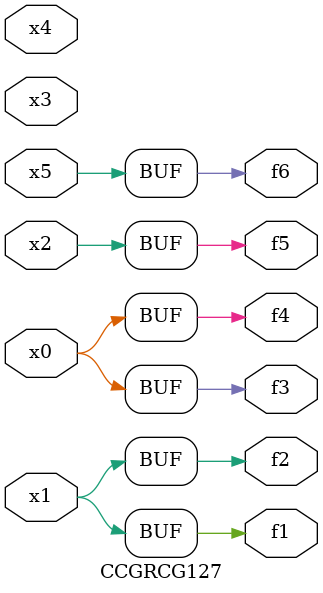
<source format=v>
module CCGRCG127(
	input x0, x1, x2, x3, x4, x5,
	output f1, f2, f3, f4, f5, f6
);
	assign f1 = x1;
	assign f2 = x1;
	assign f3 = x0;
	assign f4 = x0;
	assign f5 = x2;
	assign f6 = x5;
endmodule

</source>
